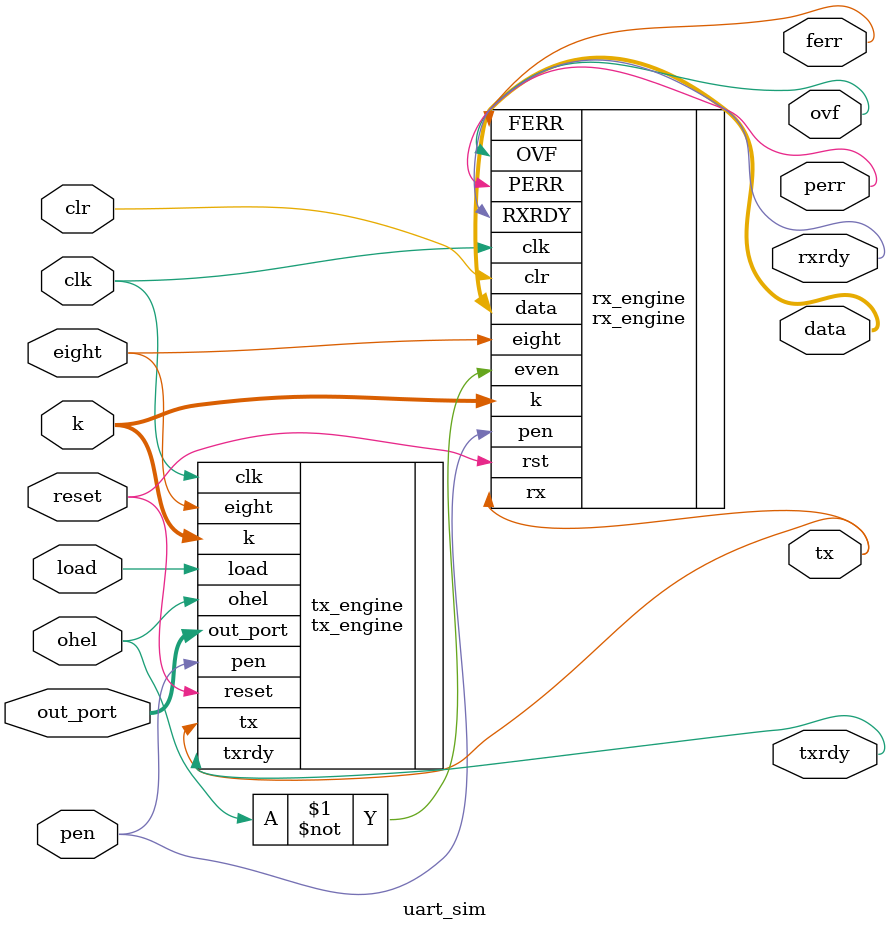
<source format=v>
`timescale 1ns / 1ps
module uart_sim(
			input wire clk, reset, eight, pen, ohel, load, clr,
			input wire [7:0] out_port,
			input wire [18:0] k,
			output wire rxrdy, ferr, perr, ovf, tx, txrdy,
			output wire [7:0] data
    );

	 
	 tx_engine tx_engine(.clk(clk), .reset(reset), .eight(eight), .pen(pen),
								  .ohel(ohel), .load(load), .k(k), .out_port(out_port[7:0]),
								  .tx(tx), .txrdy(txrdy));
								  
		
	rx_engine rx_engine(.clk(clk), .rst(reset), .rx(tx), .eight(eight), .pen(pen),
								  .clr(clr), .even(~ohel), .k(k), .data(data), .RXRDY(rxrdy),
								  .FERR(ferr), .PERR(perr), .OVF(ovf));


endmodule

</source>
